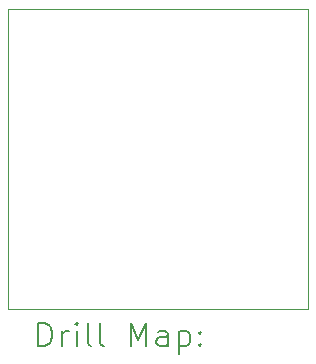
<source format=gbr>
%TF.GenerationSoftware,KiCad,Pcbnew,7.0.9-7.0.9~ubuntu23.04.1*%
%TF.CreationDate,2024-01-10T16:36:44+00:00*%
%TF.ProjectId,test_project,74657374-5f70-4726-9f6a-6563742e6b69,rev?*%
%TF.SameCoordinates,Original*%
%TF.FileFunction,Drillmap*%
%TF.FilePolarity,Positive*%
%FSLAX45Y45*%
G04 Gerber Fmt 4.5, Leading zero omitted, Abs format (unit mm)*
G04 Created by KiCad (PCBNEW 7.0.9-7.0.9~ubuntu23.04.1) date 2024-01-10 16:36:44*
%MOMM*%
%LPD*%
G01*
G04 APERTURE LIST*
%ADD10C,0.100000*%
%ADD11C,0.200000*%
G04 APERTURE END LIST*
D10*
X12700000Y-7620000D02*
X15240000Y-7620000D01*
X15240000Y-10160000D01*
X12700000Y-10160000D01*
X12700000Y-7620000D01*
D11*
X12955777Y-10476484D02*
X12955777Y-10276484D01*
X12955777Y-10276484D02*
X13003396Y-10276484D01*
X13003396Y-10276484D02*
X13031967Y-10286008D01*
X13031967Y-10286008D02*
X13051015Y-10305055D01*
X13051015Y-10305055D02*
X13060539Y-10324103D01*
X13060539Y-10324103D02*
X13070062Y-10362198D01*
X13070062Y-10362198D02*
X13070062Y-10390770D01*
X13070062Y-10390770D02*
X13060539Y-10428865D01*
X13060539Y-10428865D02*
X13051015Y-10447912D01*
X13051015Y-10447912D02*
X13031967Y-10466960D01*
X13031967Y-10466960D02*
X13003396Y-10476484D01*
X13003396Y-10476484D02*
X12955777Y-10476484D01*
X13155777Y-10476484D02*
X13155777Y-10343150D01*
X13155777Y-10381246D02*
X13165301Y-10362198D01*
X13165301Y-10362198D02*
X13174824Y-10352674D01*
X13174824Y-10352674D02*
X13193872Y-10343150D01*
X13193872Y-10343150D02*
X13212920Y-10343150D01*
X13279586Y-10476484D02*
X13279586Y-10343150D01*
X13279586Y-10276484D02*
X13270062Y-10286008D01*
X13270062Y-10286008D02*
X13279586Y-10295531D01*
X13279586Y-10295531D02*
X13289110Y-10286008D01*
X13289110Y-10286008D02*
X13279586Y-10276484D01*
X13279586Y-10276484D02*
X13279586Y-10295531D01*
X13403396Y-10476484D02*
X13384348Y-10466960D01*
X13384348Y-10466960D02*
X13374824Y-10447912D01*
X13374824Y-10447912D02*
X13374824Y-10276484D01*
X13508158Y-10476484D02*
X13489110Y-10466960D01*
X13489110Y-10466960D02*
X13479586Y-10447912D01*
X13479586Y-10447912D02*
X13479586Y-10276484D01*
X13736729Y-10476484D02*
X13736729Y-10276484D01*
X13736729Y-10276484D02*
X13803396Y-10419341D01*
X13803396Y-10419341D02*
X13870062Y-10276484D01*
X13870062Y-10276484D02*
X13870062Y-10476484D01*
X14051015Y-10476484D02*
X14051015Y-10371722D01*
X14051015Y-10371722D02*
X14041491Y-10352674D01*
X14041491Y-10352674D02*
X14022443Y-10343150D01*
X14022443Y-10343150D02*
X13984348Y-10343150D01*
X13984348Y-10343150D02*
X13965301Y-10352674D01*
X14051015Y-10466960D02*
X14031967Y-10476484D01*
X14031967Y-10476484D02*
X13984348Y-10476484D01*
X13984348Y-10476484D02*
X13965301Y-10466960D01*
X13965301Y-10466960D02*
X13955777Y-10447912D01*
X13955777Y-10447912D02*
X13955777Y-10428865D01*
X13955777Y-10428865D02*
X13965301Y-10409817D01*
X13965301Y-10409817D02*
X13984348Y-10400293D01*
X13984348Y-10400293D02*
X14031967Y-10400293D01*
X14031967Y-10400293D02*
X14051015Y-10390770D01*
X14146253Y-10343150D02*
X14146253Y-10543150D01*
X14146253Y-10352674D02*
X14165301Y-10343150D01*
X14165301Y-10343150D02*
X14203396Y-10343150D01*
X14203396Y-10343150D02*
X14222443Y-10352674D01*
X14222443Y-10352674D02*
X14231967Y-10362198D01*
X14231967Y-10362198D02*
X14241491Y-10381246D01*
X14241491Y-10381246D02*
X14241491Y-10438389D01*
X14241491Y-10438389D02*
X14231967Y-10457436D01*
X14231967Y-10457436D02*
X14222443Y-10466960D01*
X14222443Y-10466960D02*
X14203396Y-10476484D01*
X14203396Y-10476484D02*
X14165301Y-10476484D01*
X14165301Y-10476484D02*
X14146253Y-10466960D01*
X14327205Y-10457436D02*
X14336729Y-10466960D01*
X14336729Y-10466960D02*
X14327205Y-10476484D01*
X14327205Y-10476484D02*
X14317682Y-10466960D01*
X14317682Y-10466960D02*
X14327205Y-10457436D01*
X14327205Y-10457436D02*
X14327205Y-10476484D01*
X14327205Y-10352674D02*
X14336729Y-10362198D01*
X14336729Y-10362198D02*
X14327205Y-10371722D01*
X14327205Y-10371722D02*
X14317682Y-10362198D01*
X14317682Y-10362198D02*
X14327205Y-10352674D01*
X14327205Y-10352674D02*
X14327205Y-10371722D01*
M02*

</source>
